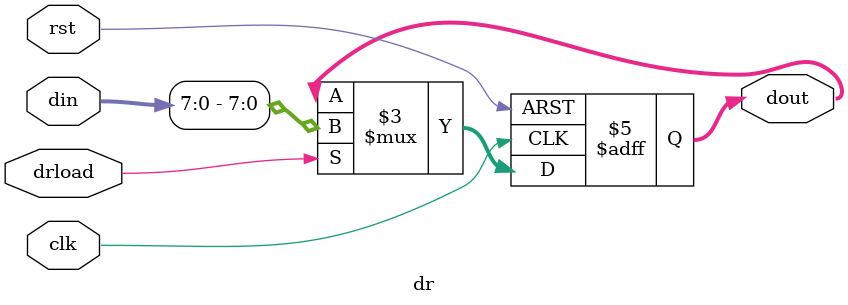
<source format=v>
/*数据寄存器，存放双指令中低8位指向地址的存放值*/
module dr(din, clk,rst, drload, dout);
input  clk, rst, drload;
input [15:0] din;
output [7:0]dout;
reg [7:0] dout;
always @(posedge clk or negedge rst)
	if(rst==0)
		dout<=0;
	else if(drload)
		dout[7:0]<=din[7:0];
endmodule
</source>
